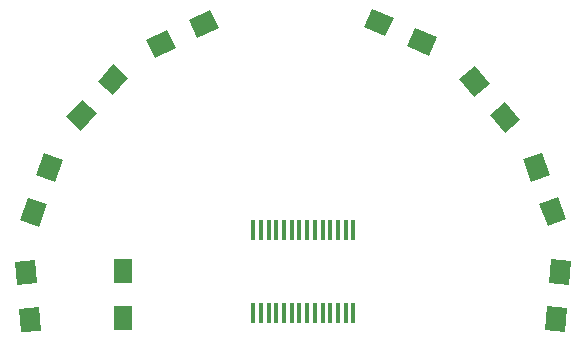
<source format=gbp>
G04 #@! TF.FileFunction,Paste,Bot*
%FSLAX46Y46*%
G04 Gerber Fmt 4.6, Leading zero omitted, Abs format (unit mm)*
G04 Created by KiCad (PCBNEW 4.0.7) date 06/18/18 14:12:05*
%MOMM*%
%LPD*%
G01*
G04 APERTURE LIST*
%ADD10C,0.100000*%
%ADD11R,1.600000X2.000000*%
%ADD12R,0.431800X1.651000*%
G04 APERTURE END LIST*
D10*
G36*
X118352700Y-87146564D02*
X117050425Y-88239303D01*
X115764850Y-86707214D01*
X117067125Y-85614475D01*
X118352700Y-87146564D01*
X118352700Y-87146564D01*
G37*
G36*
X115781550Y-84082386D02*
X114479275Y-85175125D01*
X113193700Y-83643036D01*
X114495975Y-82550297D01*
X115781550Y-84082386D01*
X115781550Y-84082386D01*
G37*
G36*
X75548968Y-99142699D02*
X77242499Y-98994534D01*
X77416810Y-100986923D01*
X75723279Y-101135088D01*
X75548968Y-99142699D01*
X75548968Y-99142699D01*
G37*
G36*
X75897590Y-103127477D02*
X77591121Y-102979312D01*
X77765432Y-104971701D01*
X76071901Y-105119866D01*
X75897590Y-103127477D01*
X75897590Y-103127477D01*
G37*
G36*
X78052921Y-89955805D02*
X79650399Y-90537240D01*
X78966359Y-92416625D01*
X77368881Y-91835190D01*
X78052921Y-89955805D01*
X78052921Y-89955805D01*
G37*
G36*
X76684841Y-93714575D02*
X78282319Y-94296010D01*
X77598279Y-96175395D01*
X76000801Y-95593960D01*
X76684841Y-93714575D01*
X76684841Y-93714575D01*
G37*
G36*
X83925719Y-82444204D02*
X85189065Y-83581726D01*
X83850803Y-85068016D01*
X82587457Y-83930494D01*
X83925719Y-82444204D01*
X83925719Y-82444204D01*
G37*
G36*
X81249197Y-85416784D02*
X82512543Y-86554306D01*
X81174281Y-88040596D01*
X79910935Y-86903074D01*
X81249197Y-85416784D01*
X81249197Y-85416784D01*
G37*
G36*
X92123298Y-77819383D02*
X92841749Y-79360106D01*
X91029134Y-80205343D01*
X90310683Y-78664620D01*
X92123298Y-77819383D01*
X92123298Y-77819383D01*
G37*
G36*
X88498066Y-79509857D02*
X89216517Y-81050580D01*
X87403902Y-81895817D01*
X86685451Y-80355094D01*
X88498066Y-79509857D01*
X88498066Y-79509857D01*
G37*
G36*
X111290363Y-80148896D02*
X110598910Y-81701923D01*
X108771819Y-80888450D01*
X109463272Y-79335423D01*
X111290363Y-80148896D01*
X111290363Y-80148896D01*
G37*
G36*
X107636181Y-78521950D02*
X106944728Y-80074977D01*
X105117637Y-79261504D01*
X105809090Y-77708477D01*
X107636181Y-78521950D01*
X107636181Y-78521950D01*
G37*
G36*
X122271599Y-95543160D02*
X120674121Y-96124595D01*
X119990081Y-94245210D01*
X121587559Y-93663775D01*
X122271599Y-95543160D01*
X122271599Y-95543160D01*
G37*
G36*
X120903519Y-91784390D02*
X119306041Y-92365825D01*
X118622001Y-90486440D01*
X120219479Y-89905005D01*
X120903519Y-91784390D01*
X120903519Y-91784390D01*
G37*
G36*
X122149699Y-105069066D02*
X120456168Y-104920901D01*
X120630479Y-102928512D01*
X122324010Y-103076677D01*
X122149699Y-105069066D01*
X122149699Y-105069066D01*
G37*
G36*
X122498321Y-101084288D02*
X120804790Y-100936123D01*
X120979101Y-98943734D01*
X122672632Y-99091899D01*
X122498321Y-101084288D01*
X122498321Y-101084288D01*
G37*
D11*
X84734400Y-99917500D03*
X84734400Y-103917500D03*
D12*
X95775000Y-96495000D03*
X96425000Y-96495000D03*
X97075000Y-96495000D03*
X97725000Y-96495000D03*
X98375000Y-96495000D03*
X99025000Y-96495000D03*
X99675000Y-96495000D03*
X100325000Y-96495000D03*
X100975000Y-96495000D03*
X101625000Y-96495000D03*
X102275000Y-96495000D03*
X102925000Y-96495000D03*
X103575000Y-96495000D03*
X104225000Y-96495000D03*
X104225000Y-103505000D03*
X103575000Y-103505000D03*
X102925000Y-103505000D03*
X102275000Y-103505000D03*
X101625000Y-103505000D03*
X100975000Y-103505000D03*
X100325000Y-103505000D03*
X99675000Y-103505000D03*
X99025000Y-103505000D03*
X98375000Y-103505000D03*
X97725000Y-103505000D03*
X97075000Y-103505000D03*
X96425000Y-103505000D03*
X95775000Y-103505000D03*
M02*

</source>
